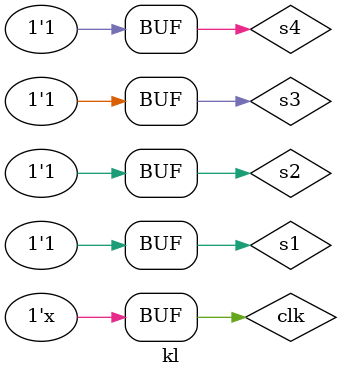
<source format=v>
`timescale 1ns / 1ps


module kl;

	// Inputs
	reg s1;
	reg s2;
	reg s3;
	reg s4;
	reg clk;

	// Outputs
	wire q0;
	wire q1;
	wire q2;
	wire q3;

	// Instantiate the Unit Under Test (UUT)
	Reg uut (
		.s1(s1), 
		.s2(s2), 
		.s3(s3), 
		.s4(s4), 
		.clk(clk), 
		.q0(q0), 
		.q1(q1), 
		.q2(q2), 
		.q3(q3)
	);

	initial begin
		// Initialize Inputs
		s1 = 0;
		s2 = 1;
		s3 = 0;
		s4 = 0;
		clk = 0;
		

		// Wait 100 ns for global reset to finish
		#100;
      	s1 = 0;
		s2 = 0;
		s3 = 0;
		s4 = 0;
#100;
	s1 = 1;
		s2 = 1;
		s3 = 1;
		s4 = 1;		
		// Add stimulus here

	end
	always @(*)
	begin 
	#40;
	clk <= ~clk;
	end
      
endmodule


</source>
